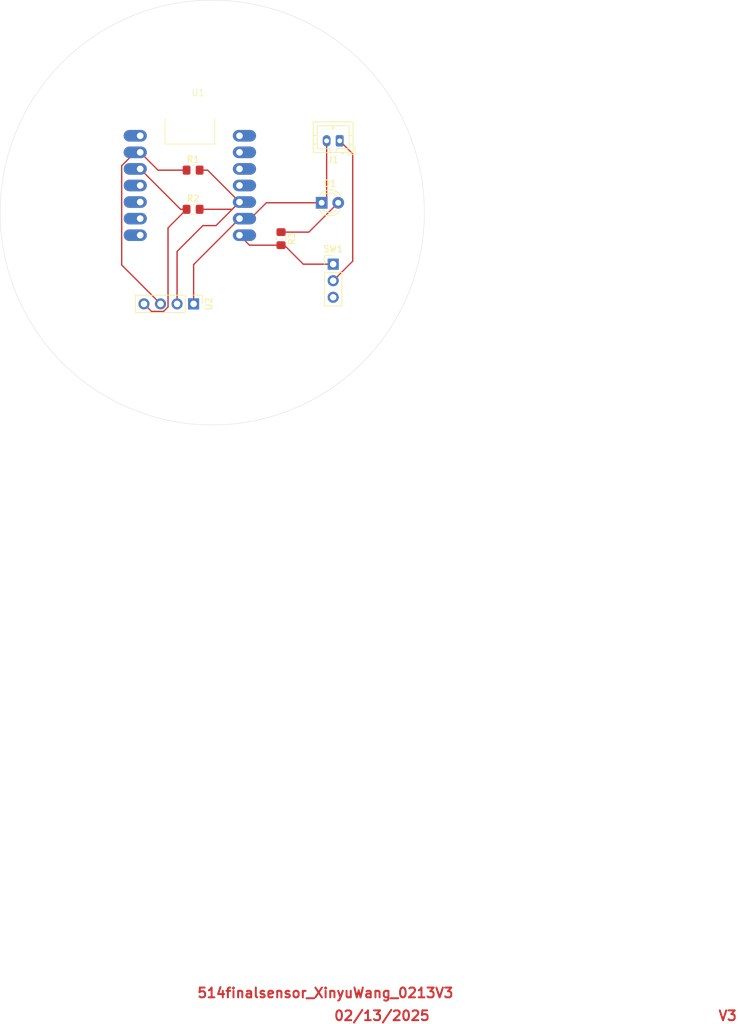
<source format=kicad_pcb>
(kicad_pcb (version 20240108) (generator "pcbnew") (generator_version "8.0")
  (layers (0 "F.Cu" signal) (31 "B.Cu" signal) (34 "B.Paste" user) (35 "F.Paste" user) (36 "B.SilkS" user "B.Silkscreen") (37 "F.SilkS" user "F.Silkscreen") (38 "B.Mask" user) (39 "F.Mask" user) (44 "Edge.Cuts" user))
  (net 0 "")
  (net 1 "Net-(D1-A)")
  (net 2 "sense_gnd")
  (net 3 "+3.7V")
  (net 4 "Net-(U1-3V3)")
  (net 5 "Net-(SW1-A)")
  (net 14 "Net-(U1-PA4_A1_D1)")
  (net 15 "Net-(U1-PA10_A2_D2)")
  (footprint "LED_THT:LED_D3.0mm" (layer "F.Cu") (at 209.23 68.5)
    (property "Reference" "D1" (at 1.27 -2.96 0) (layer "F.SilkS"))
    (property "Value" "LED")
    (fp_line (start -0.29 -1.236) (end -0.29 -1.08) (stroke (width 0.12)) (layer "F.SilkS"))
    (fp_line (start -0.29 1.08) (end -0.29 1.236) (stroke (width 0.12)) (layer "F.SilkS"))
    (fp_arc (start -0.29 -1.235516) (mid 1.365624 -1.987701) (end 2.941397 -1.080061) (stroke (width 0.12)) (layer "F.SilkS"))
    (fp_arc (start 0.229039 -1.08) (mid 1.269965 -1.5) (end 2.31091 -1.080049) (stroke (width 0.12)) (layer "F.SilkS"))
    (fp_arc (start 2.31091 1.080049) (mid 1.269965 1.5) (end 0.229039 1.08) (stroke (width 0.12)) (layer "F.SilkS"))
    (fp_arc (start 2.941397 1.080061) (mid 1.365624 1.987701) (end -0.29 1.235516) (stroke (width 0.12)) (layer "F.SilkS"))
    (pad "1" thru_hole rect (at 0 0) (size 1.8 1.8) (drill 0.9) (layers "*.Cu" "*.Mask") (net 2 "sense_gnd"))
    (pad "2" thru_hole circle (at 2.54 0) (size 1.8 1.8) (drill 0.9) (layers "*.Cu" "*.Mask") (net 1 "Net-(D1-A)"))
  )
  (footprint "Connector_PinHeader_2.54mm:PinHeader_1x04_P2.54mm_Vertical" (layer "F.Cu") (at 189.58 84 -90)
    (property "Reference" "U2" (at 0 -2.33 90) (layer "F.SilkS"))
    (property "Value" "MS5837-xxBA")
    (fp_line (start -1.33 8.95) (end 1.33 8.95) (stroke (width 0.12)) (layer "F.SilkS"))
    (fp_line (start -1.33 1.27) (end -1.33 8.95) (stroke (width 0.12)) (layer "F.SilkS"))
    (fp_line (start -1.33 1.27) (end 1.33 1.27) (stroke (width 0.12)) (layer "F.SilkS"))
    (fp_line (start 1.33 1.27) (end 1.33 8.95) (stroke (width 0.12)) (layer "F.SilkS"))
    (fp_line (start -1.33 0) (end -1.33 -1.33) (stroke (width 0.12)) (layer "F.SilkS"))
    (fp_line (start -1.33 -1.33) (end 0 -1.33) (stroke (width 0.12)) (layer "F.SilkS"))
    (pad "1" thru_hole rect (at 0 0 270) (size 1.7 1.7) (drill 1) (layers "*.Cu" "*.Mask") (net 2 "sense_gnd"))
    (pad "2" thru_hole oval (at 0 2.54 270) (size 1.7 1.7) (drill 1) (layers "*.Cu" "*.Mask") (net 4 "Net-(U1-3V3)"))
    (pad "3" thru_hole oval (at 0 5.08 270) (size 1.7 1.7) (drill 1) (layers "*.Cu" "*.Mask") (net 14 "Net-(U1-PA4_A1_D1)"))
    (pad "4" thru_hole oval (at 0 7.62 270) (size 1.7 1.7) (drill 1) (layers "*.Cu" "*.Mask") (net 15 "Net-(U1-PA10_A2_D2)"))
  )
  (footprint "Connector_JST:JST_PH_B2B-PH-K_1x02_P2.00mm_Vertical" (layer "F.Cu") (at 212 59 180)
    (property "Reference" "J1" (at 1 -2.9 0) (layer "F.SilkS"))
    (property "Value" "LiPo_Battery")
    (fp_line (start 4.06 2.91) (end 4.06 -1.81) (stroke (width 0.12)) (layer "F.SilkS"))
    (fp_line (start 4.06 0.8) (end 3.45 0.8) (stroke (width 0.12)) (layer "F.SilkS"))
    (fp_line (start 4.06 -0.5) (end 3.45 -0.5) (stroke (width 0.12)) (layer "F.SilkS"))
    (fp_line (start 4.06 -1.81) (end -2.06 -1.81) (stroke (width 0.12)) (layer "F.SilkS"))
    (fp_line (start 3.45 2.3) (end 3.45 -1.2) (stroke (width 0.12)) (layer "F.SilkS"))
    (fp_line (start 3.45 -1.2) (end 1.5 -1.2) (stroke (width 0.12)) (layer "F.SilkS"))
    (fp_line (start 1.5 -1.2) (end 1.5 -1.81) (stroke (width 0.12)) (layer "F.SilkS"))
    (fp_line (start 1.1 1.8) (end 1.1 2.3) (stroke (width 0.12)) (layer "F.SilkS"))
    (fp_line (start 1 2.3) (end 1 1.8) (stroke (width 0.12)) (layer "F.SilkS"))
    (fp_line (start 0.9 2.3) (end 0.9 1.8) (stroke (width 0.12)) (layer "F.SilkS"))
    (fp_line (start 0.9 1.8) (end 1.1 1.8) (stroke (width 0.12)) (layer "F.SilkS"))
    (fp_line (start 0.5 -1.2) (end -1.45 -1.2) (stroke (width 0.12)) (layer "F.SilkS"))
    (fp_line (start 0.5 -1.81) (end 0.5 -1.2) (stroke (width 0.12)) (layer "F.SilkS"))
    (fp_line (start -0.3 -1.81) (end -0.3 -2.01) (stroke (width 0.12)) (layer "F.SilkS"))
    (fp_line (start -0.3 -1.91) (end -0.6 -1.91) (stroke (width 0.12)) (layer "F.SilkS"))
    (fp_line (start -0.3 -2.01) (end -0.6 -2.01) (stroke (width 0.12)) (layer "F.SilkS"))
    (fp_line (start -0.6 -2.01) (end -0.6 -1.81) (stroke (width 0.12)) (layer "F.SilkS"))
    (fp_line (start -1.11 -2.11) (end -2.36 -2.11) (stroke (width 0.12)) (layer "F.SilkS"))
    (fp_line (start -1.45 2.3) (end 3.45 2.3) (stroke (width 0.12)) (layer "F.SilkS"))
    (fp_line (start -1.45 -1.2) (end -1.45 2.3) (stroke (width 0.12)) (layer "F.SilkS"))
    (fp_line (start -2.06 2.91) (end 4.06 2.91) (stroke (width 0.12)) (layer "F.SilkS"))
    (fp_line (start -2.06 0.8) (end -1.45 0.8) (stroke (width 0.12)) (layer "F.SilkS"))
    (fp_line (start -2.06 -0.5) (end -1.45 -0.5) (stroke (width 0.12)) (layer "F.SilkS"))
    (fp_line (start -2.06 -1.81) (end -2.06 2.91) (stroke (width 0.12)) (layer "F.SilkS"))
    (fp_line (start -2.36 -2.11) (end -2.36 -0.86) (stroke (width 0.12)) (layer "F.SilkS"))
    (pad "1" thru_hole roundrect (at 0 0 180) (size 1.2 1.75) (drill 0.75) (layers "*.Cu" "*.Mask") (roundrect_rratio 0.208333) (net 3 "+3.7V"))
    (pad "2" thru_hole oval (at 2 0 180) (size 1.2 1.75) (drill 0.75) (layers "*.Cu" "*.Mask") (net 2 "sense_gnd"))
  )
  (footprint "Connector_PinHeader_2.54mm:PinHeader_1x03_P2.54mm_Vertical" (layer "F.Cu") (at 211 77.91)
    (property "Reference" "SW1" (at 0 -2.33 0) (layer "F.SilkS"))
    (property "Value" "SW_SPDT")
    (fp_line (start -1.33 -1.33) (end 0 -1.33) (stroke (width 0.12)) (layer "F.SilkS"))
    (fp_line (start -1.33 0) (end -1.33 -1.33) (stroke (width 0.12)) (layer "F.SilkS"))
    (fp_line (start -1.33 1.27) (end -1.33 6.41) (stroke (width 0.12)) (layer "F.SilkS"))
    (fp_line (start -1.33 1.27) (end 1.33 1.27) (stroke (width 0.12)) (layer "F.SilkS"))
    (fp_line (start -1.33 6.41) (end 1.33 6.41) (stroke (width 0.12)) (layer "F.SilkS"))
    (fp_line (start 1.33 1.27) (end 1.33 6.41) (stroke (width 0.12)) (layer "F.SilkS"))
    (pad "1" thru_hole rect (at 0 0) (size 1.7 1.7) (drill 1) (layers "*.Cu" "*.Mask") (net 5 "Net-(SW1-A)"))
    (pad "2" thru_hole oval (at 0 2.54) (size 1.7 1.7) (drill 1) (layers "*.Cu" "*.Mask") (net 3 "+3.7V"))
    (pad "3" thru_hole oval (at 0 5.08) (size 1.7 1.7) (drill 1) (layers "*.Cu" "*.Mask"))
  )
  (footprint "Resistor_SMD:R_0805_2012Metric_Pad1.20x1.40mm_HandSolder" (layer "F.Cu") (at 189.5 63.5)
    (property "Reference" "R1" (at 0 -1.65 0) (layer "F.SilkS"))
    (property "Value" "4.7k")
    (fp_line (start -0.227064 -0.735) (end 0.227064 -0.735) (stroke (width 0.12)) (layer "F.SilkS"))
    (fp_line (start -0.227064 0.735) (end 0.227064 0.735) (stroke (width 0.12)) (layer "F.SilkS"))
    (pad "1" smd roundrect (at -1 0) (size 1.2 1.4) (layers "F.Cu" "F.Paste" "F.Mask") (roundrect_rratio 0.208333) (net 14 "Net-(U1-PA4_A1_D1)"))
    (pad "2" smd roundrect (at 1 0) (size 1.2 1.4) (layers "F.Cu" "F.Paste" "F.Mask") (roundrect_rratio 0.208333) (net 4 "Net-(U1-3V3)"))
  )
  (footprint "Resistor_SMD:R_0805_2012Metric_Pad1.20x1.40mm_HandSolder" (layer "F.Cu") (at 189.5 69.5)
    (property "Reference" "R2" (at 0 -1.65 0) (layer "F.SilkS"))
    (property "Value" "4.7k")
    (fp_line (start -0.227064 -0.735) (end 0.227064 -0.735) (stroke (width 0.12)) (layer "F.SilkS"))
    (fp_line (start -0.227064 0.735) (end 0.227064 0.735) (stroke (width 0.12)) (layer "F.SilkS"))
    (pad "1" smd roundrect (at -1 0) (size 1.2 1.4) (layers "F.Cu" "F.Paste" "F.Mask") (roundrect_rratio 0.208333) (net 15 "Net-(U1-PA10_A2_D2)"))
    (pad "2" smd roundrect (at 1 0) (size 1.2 1.4) (layers "F.Cu" "F.Paste" "F.Mask") (roundrect_rratio 0.208333) (net 4 "Net-(U1-3V3)"))
  )
  (footprint "xiaoESP32C3:XIAO_ESP32_SENSE" (layer "F.Cu") (at 189 65.8505)
    (property "Reference" "U1" (at 1.27 -14.2 0) (layer "F.SilkS") (effects (font (thickness 0.1))))
    (property "Value" "SeeeduinoXIAO")
    (fp_line (start -3.81 -10.16) (end -3.81 -6.35) (stroke (width 0.1)) (layer "F.SilkS"))
    (fp_line (start -3.81 -6.35) (end 3.81 -6.35) (stroke (width 0.1)) (layer "F.SilkS"))
    (fp_line (start 3.81 -6.35) (end 3.81 -10.16) (stroke (width 0.1)) (layer "F.SilkS"))
    (pad "1" thru_hole oval (at -7.62 -7.62) (size 3.556 1.778) (drill 1.016 (offset -0.762 0)) (layers "*.Cu" "*.Mask"))
    (pad "2" thru_hole oval (at -7.62 -5.08) (size 3.556 1.778) (drill 1.016 (offset -0.762 0)) (layers "*.Cu" "*.Mask") (net 14 "Net-(U1-PA4_A1_D1)"))
    (pad "3" thru_hole oval (at -7.62 -2.54) (size 3.556 1.778) (drill 1.016 (offset -0.762 0)) (layers "*.Cu" "*.Mask") (net 15 "Net-(U1-PA10_A2_D2)"))
    (pad "4" thru_hole oval (at -7.62 0) (size 3.556 1.778) (drill 1.016 (offset -0.762 0)) (layers "*.Cu" "*.Mask"))
    (pad "5" thru_hole oval (at -7.62 2.54) (size 3.556 1.778) (drill 1.016 (offset -0.762 0)) (layers "*.Cu" "*.Mask"))
    (pad "6" thru_hole oval (at -7.62 5.08) (size 3.556 1.778) (drill 1.016 (offset -0.762 0)) (layers "*.Cu" "*.Mask"))
    (pad "7" thru_hole oval (at -7.62 7.62) (size 3.556 1.778) (drill 1.016 (offset -0.762 0)) (layers "*.Cu" "*.Mask"))
    (pad "8" thru_hole oval (at 7.62 -7.62) (size 3.556 1.778) (drill 1.016 (offset 0.762 0)) (layers "*.Cu" "*.Mask"))
    (pad "9" thru_hole oval (at 7.62 -5.08) (size 3.556 1.778) (drill 1.016 (offset 0.762 0)) (layers "*.Cu" "*.Mask"))
    (pad "10" thru_hole oval (at 7.62 -2.54) (size 3.556 1.778) (drill 1.016 (offset 0.762 0)) (layers "*.Cu" "*.Mask"))
    (pad "11" thru_hole oval (at 7.62 0) (size 3.556 1.778) (drill 1.016 (offset 0.762 0)) (layers "*.Cu" "*.Mask"))
    (pad "12" thru_hole oval (at 7.62 2.54) (size 3.556 1.778) (drill 1.016 (offset 0.762 0)) (layers "*.Cu" "*.Mask") (net 4 "Net-(U1-3V3)"))
    (pad "13" thru_hole oval (at 7.62 5.08) (size 3.556 1.778) (drill 1.016 (offset 0.762 0)) (layers "*.Cu" "*.Mask") (net 2 "sense_gnd"))
    (pad "14" thru_hole oval (at 7.62 7.62) (size 3.556 1.778) (drill 1.016 (offset 0.762 0)) (layers "*.Cu" "*.Mask") (net 5 "Net-(SW1-A)"))
  )
  (footprint "Resistor_SMD:R_0805_2012Metric_Pad1.20x1.40mm_HandSolder" (layer "F.Cu") (at 203 74 -90)
    (property "Reference" "R3" (at 0 -1.65 90) (layer "F.SilkS"))
    (property "Value" "4.7k")
    (fp_line (start -0.227064 0.735) (end 0.227064 0.735) (stroke (width 0.12)) (layer "F.SilkS"))
    (fp_line (start -0.227064 -0.735) (end 0.227064 -0.735) (stroke (width 0.12)) (layer "F.SilkS"))
    (pad "1" smd roundrect (at -1 0 270) (size 1.2 1.4) (layers "F.Cu" "F.Paste" "F.Mask") (roundrect_rratio 0.208333) (net 1 "Net-(D1-A)"))
    (pad "2" smd roundrect (at 1 0 270) (size 1.2 1.4) (layers "F.Cu" "F.Paste" "F.Mask") (roundrect_rratio 0.208333) (net 5 "Net-(SW1-A)"))
  )
  (gr_circle (center 192.441925 70) (end 220.509313 86.5) (stroke (width 0.05)) (fill none) (layer "Edge.Cuts"))
  (gr_text "02/13/2025" (at 211 194 0) (layer "F.Cu") (effects (font (size 1.5 1.5) (thickness 0.3) (bold yes)) (justify left bottom)))
  (gr_text "514finalsensor_XinyuWang_0213V3" (at 190 190.5 0) (layer "F.Cu") (effects (font (size 1.5 1.5) (thickness 0.3) (bold yes)) (justify left bottom)))
  (gr_text "V3" (at 270 194 0) (layer "F.Cu") (effects (font (size 1.5 1.5) (thickness 0.3) (bold yes)) (justify left bottom)))
  (segment (start 211.77 68.5) (end 207.27 73) (width 0.2) (layer "F.Cu") (net 1))
  (segment (start 207.27 73) (end 203 73) (width 0.2) (layer "F.Cu") (net 1))
  (segment (start 200.740256 68.5) (end 209.23 68.5) (width 0.2) (layer "F.Cu") (net 2))
  (segment (start 210 67.73) (end 209.23 68.5) (width 0.2) (layer "F.Cu") (net 2))
  (segment (start 210 59) (end 210 67.73) (width 0.2) (layer "F.Cu") (net 2))
  (segment (start 189.58 77.9705) (end 196.62 70.9305) (width 0.2) (layer "F.Cu") (net 2))
  (segment (start 189.58 84) (end 189.58 77.9705) (width 0.2) (layer "F.Cu") (net 2))
  (segment (start 196.62 70.9305) (end 198.309756 70.9305) (width 0.2) (layer "F.Cu") (net 2))
  (segment (start 198.309756 70.9305) (end 200.740256 68.5) (width 0.2) (layer "F.Cu") (net 2))
  (segment (start 214 61) (end 214 77.45) (width 0.2) (layer "F.Cu") (net 3))
  (segment (start 214 77.45) (end 211 80.45) (width 0.2) (layer "F.Cu") (net 3))
  (segment (start 212 59) (end 214 61) (width 0.2) (layer "F.Cu") (net 3))
  (segment (start 190.5 69.5) (end 195.5105 69.5) (width 0.2) (layer "F.Cu") (net 4))
  (segment (start 191.7295 63.5) (end 196.62 68.3905) (width 0.2) (layer "F.Cu") (net 4))
  (segment (start 190.5 63.5) (end 191.7295 63.5) (width 0.2) (layer "F.Cu") (net 4))
  (segment (start 193.0105 72) (end 196.62 68.3905) (width 0.2) (layer "F.Cu") (net 4))
  (segment (start 191 72) (end 193.0105 72) (width 0.2) (layer "F.Cu") (net 4))
  (segment (start 195.5105 69.5) (end 196.62 68.3905) (width 0.2) (layer "F.Cu") (net 4))
  (segment (start 187.04 84) (end 187.04 75.96) (width 0.2) (layer "F.Cu") (net 4))
  (segment (start 187.04 75.96) (end 191 72) (width 0.2) (layer "F.Cu") (net 4))
  (segment (start 203.5 75) (end 206.41 77.91) (width 0.2) (layer "F.Cu") (net 5))
  (segment (start 196.62 73.4705) (end 198.1495 75) (width 0.2) (layer "F.Cu") (net 5))
  (segment (start 203 75) (end 203.5 75) (width 0.2) (layer "F.Cu") (net 5))
  (segment (start 206.41 77.91) (end 211 77.91) (width 0.2) (layer "F.Cu") (net 5))
  (segment (start 198.1495 75) (end 203 75) (width 0.2) (layer "F.Cu") (net 5))
  (segment (start 178.54 78.04) (end 178.54 62.818) (width 0.2) (layer "F.Cu") (net 14))
  (segment (start 184.5 84) (end 178.54 78.04) (width 0.2) (layer "F.Cu") (net 14))
  (segment (start 180.5875 60.7705) (end 181.38 60.7705) (width 0.2) (layer "F.Cu") (net 14))
  (segment (start 184.1095 63.5) (end 181.38 60.7705) (width 0.2) (layer "F.Cu") (net 14))
  (segment (start 178.54 62.818) (end 180.5875 60.7705) (width 0.2) (layer "F.Cu") (net 14))
  (segment (start 188.5 63.5) (end 184.1095 63.5) (width 0.2) (layer "F.Cu") (net 14))
  (segment (start 183.11 85.15) (end 184.976346 85.15) (width 0.2) (layer "F.Cu") (net 15))
  (segment (start 187.5695 69.5) (end 188.5 69.5) (width 0.2) (layer "F.Cu") (net 15))
  (segment (start 185.65 72.35) (end 188.5 69.5) (width 0.2) (layer "F.Cu") (net 15))
  (segment (start 184.976346 85.15) (end 185.65 84.476346) (width 0.2) (layer "F.Cu") (net 15))
  (segment (start 181.38 63.3105) (end 187.5695 69.5) (width 0.2) (layer "F.Cu") (net 15))
  (segment (start 185.65 84.476346) (end 185.65 72.35) (width 0.2) (layer "F.Cu") (net 15))
  (segment (start 181.96 84) (end 183.11 85.15) (width 0.2) (layer "F.Cu") (net 15))
)
</source>
